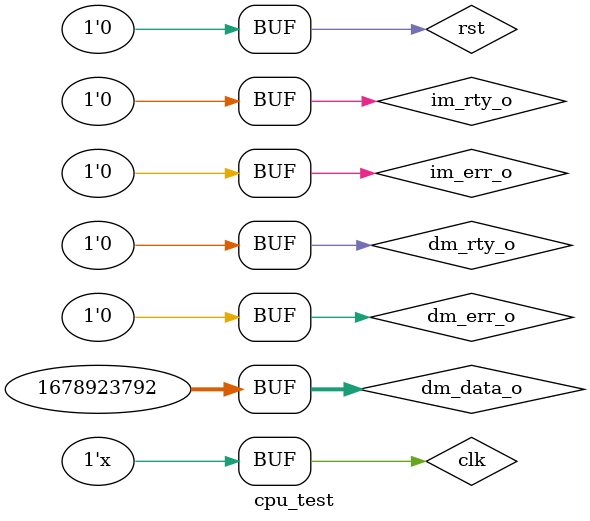
<source format=v>
`timescale 1ns/1ps
module cpu_test;
    reg clk;
    reg rst;
    
    wire [31:0] im_data_i; 
    wire [31:0] im_data_o;
    wire [31:0] im_addr_i;
    wire [3:0] im_sel_i;
    wire im_we_i;
    wire im_cyc_i;
	wire im_stb_i;
	reg im_ack_o;
	reg im_err_o;
	reg im_rty_o;
	
	wire [31:0] dm_data_i; 
    reg [31:0] dm_data_o;
    wire [31:0] dm_addr_i;
    wire [3:0] dm_sel_i;
    wire dm_we_i;
    wire dm_cyc_i;
	wire dm_stb_i;
	reg dm_ack_o;
	reg dm_err_o;
	reg dm_rty_o;
    
    wire [5:0] int_i;
    wire timer_int;
    wire [31:0] debug;
    cpu_top CPU(
        .CLK100MHZ(clk),
        .rst(rst),
        
        .im_idata(im_data_o),
        .im_odata(im_data_i),
        .im_addr(im_addr_i),
        .im_sel(im_sel_i), 
        .im_we(im_we_i),
        .im_cyc(im_cyc_i),
        .im_stb(im_stb_i), 
        .im_ack(im_ack_o),
        .im_err(im_err_o),
        .im_rty(im_rty_o),
        
        .dm_idata(dm_data_o),
        .dm_odata(dm_data_i),
        .dm_addr(dm_addr_i),
        .dm_sel(dm_sel_i), 
        .dm_we(dm_we_i),
        .dm_cyc(dm_cyc_i),
        .dm_stb(dm_stb_i), 
        .dm_ack(dm_ack_o),
        .dm_err(dm_err_o),
        .dm_rty(dm_rty_o),
        
        .int_i(int_i),
        .timer_int(timer_int),
        .debug(debug)
    );
    
    wire [31:0] trans_addr;
    
    dist_mem_gen_0 imem(.a(trans_addr[11:2]),.spo(im_data_o));
    
    initial clk<=0;
    always #5 clk<=~clk;
    
    initial
    begin
    rst<=1;
    im_ack_o<=0;
    im_err_o<=0;
    im_rty_o<=0;
    dm_data_o<=32'h64125810;
    dm_ack_o<=0;
    dm_err_o<=0;
    dm_rty_o<=0;
    #10;
    rst<=0;
    #100;
    end
    
    always
    begin
        #1000;
        if(im_cyc_i&im_stb_i)
        begin 
            im_ack_o<=1;
        end
        else
        begin
            im_ack_o<=0;
        end
    end
    
    always
    begin
        #1000;
        if(dm_cyc_i&dm_stb_i)
        begin
            dm_ack_o<=1;
        end
        else
        begin
            dm_ack_o<=0;
        end
    end
    
    assign trans_addr=im_addr_i-32'h00400000+32'h30000000;
endmodule
</source>
